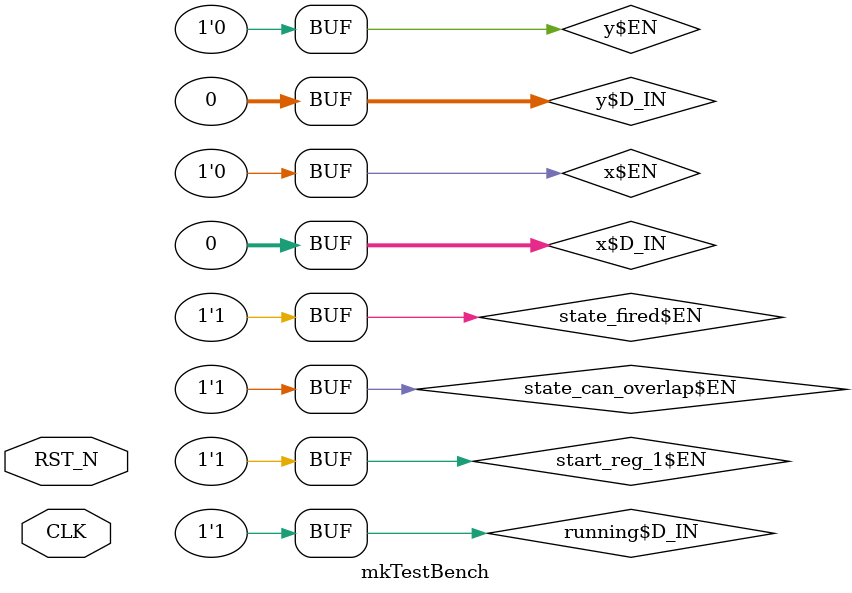
<source format=v>

`ifdef BSV_ASSIGNMENT_DELAY
`else
  `define BSV_ASSIGNMENT_DELAY
`endif

`ifdef BSV_POSITIVE_RESET
  `define BSV_RESET_VALUE 1'b1
  `define BSV_RESET_EDGE posedge
`else
  `define BSV_RESET_VALUE 1'b0
  `define BSV_RESET_EDGE negedge
`endif

module mkTestBench(CLK,
		   RST_N);
  input  CLK;
  input  RST_N;

  // inlined wires
  wire start_wire$whas, state_set_pw$whas;

  // register gcdVariable_busy
  reg gcdVariable_busy;
  wire gcdVariable_busy$D_IN, gcdVariable_busy$EN;

  // register gcdVariable_x
  reg [31 : 0] gcdVariable_x;
  wire [31 : 0] gcdVariable_x$D_IN;
  wire gcdVariable_x$EN;

  // register gcdVariable_y
  reg [31 : 0] gcdVariable_y;
  wire [31 : 0] gcdVariable_y$D_IN;
  wire gcdVariable_y$EN;

  // register running
  reg running;
  wire running$D_IN, running$EN;

  // register start_reg
  reg start_reg;
  wire start_reg$D_IN, start_reg$EN;

  // register start_reg_1
  reg start_reg_1;
  wire start_reg_1$D_IN, start_reg_1$EN;

  // register state_can_overlap
  reg state_can_overlap;
  wire state_can_overlap$D_IN, state_can_overlap$EN;

  // register state_fired
  reg state_fired;
  wire state_fired$D_IN, state_fired$EN;

  // register state_mkFSMstate
  reg [2 : 0] state_mkFSMstate;
  reg [2 : 0] state_mkFSMstate$D_IN;
  wire state_mkFSMstate$EN;

  // register x
  reg [31 : 0] x;
  wire [31 : 0] x$D_IN;
  wire x$EN;

  // register y
  reg [31 : 0] y;
  wire [31 : 0] y$D_IN;
  wire y$EN;

  // rule scheduling signals
  wire WILL_FIRE_RL_action_l21c20,
       WILL_FIRE_RL_action_l22c9,
       WILL_FIRE_RL_fsm_start,
       WILL_FIRE_RL_idle_l13c17;

  // inputs to muxes for submodule ports
  wire [31 : 0] MUX_gcdVariable_x$write_1__VAL_2;
  wire MUX_start_reg$write_1__SEL_2;

  // remaining internal signals
  wire [31 : 0] x__h147;
  wire abort_whas__4_AND_abort_wget__5_6_OR_state_mkF_ETC___d60,
       gcdVariable_x_ULT_gcdVariable_y___d5;

  // rule RL_action_l22c9
  assign WILL_FIRE_RL_action_l22c9 =
	     gcdVariable_busy && gcdVariable_x == 32'd0 &&
	     state_mkFSMstate == 3'd1 ;

  // rule RL_fsm_start
  assign WILL_FIRE_RL_fsm_start =
	     abort_whas__4_AND_abort_wget__5_6_OR_state_mkF_ETC___d60 &&
	     start_reg ;

  // rule RL_idle_l13c17
  assign WILL_FIRE_RL_idle_l13c17 =
	     !start_wire$whas && state_mkFSMstate == 3'd2 ;

  // rule RL_action_l21c20
  assign WILL_FIRE_RL_action_l21c20 =
	     !gcdVariable_busy && start_wire$whas &&
	     (state_mkFSMstate == 3'd0 || state_mkFSMstate == 3'd2) ;

  // inputs to muxes for submodule ports
  assign MUX_start_reg$write_1__SEL_2 =
	     abort_whas__4_AND_abort_wget__5_6_OR_state_mkF_ETC___d60 &&
	     !start_reg &&
	     !running ;
  assign MUX_gcdVariable_x$write_1__VAL_2 =
	     gcdVariable_x_ULT_gcdVariable_y___d5 ? gcdVariable_y : x__h147 ;

  // inlined wires
  assign start_wire$whas =
	     WILL_FIRE_RL_fsm_start || start_reg_1 && !state_fired ;
  assign state_set_pw$whas =
	     WILL_FIRE_RL_idle_l13c17 || WILL_FIRE_RL_action_l22c9 ||
	     WILL_FIRE_RL_action_l21c20 ;

  // register gcdVariable_busy
  assign gcdVariable_busy$D_IN = !WILL_FIRE_RL_action_l22c9 ;
  assign gcdVariable_busy$EN =
	     WILL_FIRE_RL_action_l22c9 || WILL_FIRE_RL_action_l21c20 ;

  // register gcdVariable_x
  assign gcdVariable_x$D_IN =
	     WILL_FIRE_RL_action_l21c20 ?
	       x :
	       MUX_gcdVariable_x$write_1__VAL_2 ;
  assign gcdVariable_x$EN =
	     gcdVariable_x != 32'd0 ||
	     !gcdVariable_x_ULT_gcdVariable_y___d5 ||
	     WILL_FIRE_RL_action_l21c20 ;

  // register gcdVariable_y
  assign gcdVariable_y$D_IN = WILL_FIRE_RL_action_l21c20 ? y : gcdVariable_x ;
  assign gcdVariable_y$EN =
	     gcdVariable_x_ULT_gcdVariable_y___d5 && gcdVariable_x != 32'd0 ||
	     WILL_FIRE_RL_action_l21c20 ;

  // register running
  assign running$D_IN = 1'd1 ;
  assign running$EN = MUX_start_reg$write_1__SEL_2 ;

  // register start_reg
  assign start_reg$D_IN = !WILL_FIRE_RL_fsm_start ;
  assign start_reg$EN =
	     WILL_FIRE_RL_fsm_start ||
	     abort_whas__4_AND_abort_wget__5_6_OR_state_mkF_ETC___d60 &&
	     !start_reg &&
	     !running ;

  // register start_reg_1
  assign start_reg_1$D_IN = start_wire$whas ;
  assign start_reg_1$EN = 1'd1 ;

  // register state_can_overlap
  assign state_can_overlap$D_IN = state_set_pw$whas || state_can_overlap ;
  assign state_can_overlap$EN = 1'd1 ;

  // register state_fired
  assign state_fired$D_IN = state_set_pw$whas ;
  assign state_fired$EN = 1'd1 ;

  // register state_mkFSMstate
  always@(WILL_FIRE_RL_idle_l13c17 or
	  WILL_FIRE_RL_action_l21c20 or WILL_FIRE_RL_action_l22c9)
  begin
    case (1'b1) // synopsys parallel_case
      WILL_FIRE_RL_idle_l13c17: state_mkFSMstate$D_IN = 3'd0;
      WILL_FIRE_RL_action_l21c20: state_mkFSMstate$D_IN = 3'd1;
      WILL_FIRE_RL_action_l22c9: state_mkFSMstate$D_IN = 3'd2;
      default: state_mkFSMstate$D_IN = 3'b010 /* unspecified value */ ;
    endcase
  end
  assign state_mkFSMstate$EN =
	     WILL_FIRE_RL_idle_l13c17 || WILL_FIRE_RL_action_l21c20 ||
	     WILL_FIRE_RL_action_l22c9 ;

  // register x
  assign x$D_IN = 32'h0 ;
  assign x$EN = 1'b0 ;

  // register y
  assign y$D_IN = 32'h0 ;
  assign y$EN = 1'b0 ;

  // remaining internal signals
  assign abort_whas__4_AND_abort_wget__5_6_OR_state_mkF_ETC___d60 =
	     (state_mkFSMstate == 3'd0 || state_mkFSMstate == 3'd2) &&
	     (!start_reg_1 || state_fired) ;
  assign gcdVariable_x_ULT_gcdVariable_y___d5 =
	     gcdVariable_x < gcdVariable_y ;
  assign x__h147 = gcdVariable_x - gcdVariable_y ;

  // handling of inlined registers

  always@(posedge CLK)
  begin
    if (RST_N == `BSV_RESET_VALUE)
      begin
        gcdVariable_busy <= `BSV_ASSIGNMENT_DELAY 1'd0;
	gcdVariable_x <= `BSV_ASSIGNMENT_DELAY 32'd0;
	gcdVariable_y <= `BSV_ASSIGNMENT_DELAY 32'd0;
	running <= `BSV_ASSIGNMENT_DELAY 1'd0;
	start_reg <= `BSV_ASSIGNMENT_DELAY 1'd0;
	start_reg_1 <= `BSV_ASSIGNMENT_DELAY 1'd0;
	state_can_overlap <= `BSV_ASSIGNMENT_DELAY 1'd1;
	state_fired <= `BSV_ASSIGNMENT_DELAY 1'd0;
	state_mkFSMstate <= `BSV_ASSIGNMENT_DELAY 3'd0;
	x <= `BSV_ASSIGNMENT_DELAY 32'd342;
	y <= `BSV_ASSIGNMENT_DELAY 32'd4314;
      end
    else
      begin
        if (gcdVariable_busy$EN)
	  gcdVariable_busy <= `BSV_ASSIGNMENT_DELAY gcdVariable_busy$D_IN;
	if (gcdVariable_x$EN)
	  gcdVariable_x <= `BSV_ASSIGNMENT_DELAY gcdVariable_x$D_IN;
	if (gcdVariable_y$EN)
	  gcdVariable_y <= `BSV_ASSIGNMENT_DELAY gcdVariable_y$D_IN;
	if (running$EN) running <= `BSV_ASSIGNMENT_DELAY running$D_IN;
	if (start_reg$EN) start_reg <= `BSV_ASSIGNMENT_DELAY start_reg$D_IN;
	if (start_reg_1$EN)
	  start_reg_1 <= `BSV_ASSIGNMENT_DELAY start_reg_1$D_IN;
	if (state_can_overlap$EN)
	  state_can_overlap <= `BSV_ASSIGNMENT_DELAY state_can_overlap$D_IN;
	if (state_fired$EN)
	  state_fired <= `BSV_ASSIGNMENT_DELAY state_fired$D_IN;
	if (state_mkFSMstate$EN)
	  state_mkFSMstate <= `BSV_ASSIGNMENT_DELAY state_mkFSMstate$D_IN;
	if (x$EN) x <= `BSV_ASSIGNMENT_DELAY x$D_IN;
	if (y$EN) y <= `BSV_ASSIGNMENT_DELAY y$D_IN;
      end
  end

  // synopsys translate_off
  `ifdef BSV_NO_INITIAL_BLOCKS
  `else // not BSV_NO_INITIAL_BLOCKS
  initial
  begin
    gcdVariable_busy = 1'h0;
    gcdVariable_x = 32'hAAAAAAAA;
    gcdVariable_y = 32'hAAAAAAAA;
    running = 1'h0;
    start_reg = 1'h0;
    start_reg_1 = 1'h0;
    state_can_overlap = 1'h0;
    state_fired = 1'h0;
    state_mkFSMstate = 3'h2;
    x = 32'hAAAAAAAA;
    y = 32'hAAAAAAAA;
  end
  `endif // BSV_NO_INITIAL_BLOCKS
  // synopsys translate_on

  // handling of system tasks

  // synopsys translate_off
  always@(negedge CLK)
  begin
    #0;
    if (RST_N != `BSV_RESET_VALUE)
      if (WILL_FIRE_RL_action_l22c9)
	$display("GCD(%0d, %0d) = %0d", x, y, gcdVariable_y);
    if (RST_N != `BSV_RESET_VALUE)
      if (running &&
	  abort_whas__4_AND_abort_wget__5_6_OR_state_mkF_ETC___d60 &&
	  !start_reg)
	$finish(32'd0);
    if (RST_N != `BSV_RESET_VALUE)
      if (WILL_FIRE_RL_action_l21c20 && WILL_FIRE_RL_action_l22c9)
	$display("Error: \"testBench.bsv\", line 21, column 20: (R0001)\n  Mutually exclusive rules (from the ME sets [RL_action_l21c20] and\n  [RL_action_l22c9] ) fired in the same clock cycle.\n");
  end
  // synopsys translate_on
endmodule  // mkTestBench


</source>
